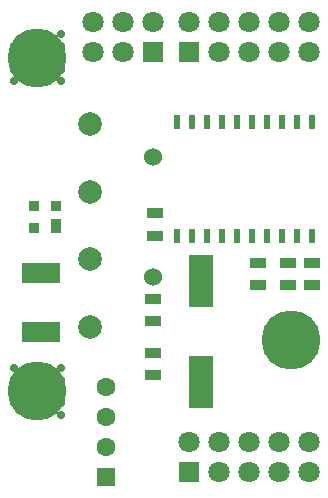
<source format=gbr>
G04 #@! TF.GenerationSoftware,KiCad,Pcbnew,5.0.0-fee4fd1~66~ubuntu16.04.1*
G04 #@! TF.CreationDate,2018-09-25T20:47:50+02:00*
G04 #@! TF.ProjectId,bus-module_attiny1634,6275732D6D6F64756C655F617474696E,B*
G04 #@! TF.SameCoordinates,Original*
G04 #@! TF.FileFunction,Soldermask,Top*
G04 #@! TF.FilePolarity,Negative*
%FSLAX46Y46*%
G04 Gerber Fmt 4.6, Leading zero omitted, Abs format (unit mm)*
G04 Created by KiCad (PCBNEW 5.0.0-fee4fd1~66~ubuntu16.04.1) date Tue Sep 25 20:47:50 2018*
%MOMM*%
%LPD*%
G01*
G04 APERTURE LIST*
%ADD10R,0.508000X1.270000*%
%ADD11C,0.850000*%
%ADD12C,0.100000*%
%ADD13R,0.850000X0.850000*%
%ADD14R,0.850000X1.200000*%
%ADD15R,1.998980X4.500880*%
%ADD16R,1.397000X0.889000*%
%ADD17R,3.200400X1.780540*%
%ADD18C,2.000000*%
%ADD19C,5.000000*%
%ADD20C,1.800000*%
%ADD21R,1.800000X1.800000*%
%ADD22C,1.600000*%
%ADD23R,1.600000X1.600000*%
%ADD24C,0.700000*%
%ADD25C,1.524000*%
G04 APERTURE END LIST*
D10*
G04 #@! TO.C,U3*
X94480000Y-89289000D03*
X95750000Y-89289000D03*
X97020000Y-89289000D03*
X98290000Y-89289000D03*
X99560000Y-89289000D03*
X100830000Y-89289000D03*
X102100000Y-89289000D03*
X103370000Y-89289000D03*
X104640000Y-89289000D03*
X105910000Y-89289000D03*
X105910000Y-98941000D03*
X104640000Y-98941000D03*
X103370000Y-98941000D03*
X102100000Y-98941000D03*
X100830000Y-98941000D03*
X99560000Y-98941000D03*
X98290000Y-98941000D03*
X97020000Y-98941000D03*
X95750000Y-98941000D03*
X94480000Y-98941000D03*
G04 #@! TD*
D11*
G04 #@! TO.C,D2*
X82354000Y-98240000D03*
D12*
G36*
X82779000Y-98665000D02*
X81929000Y-98665000D01*
X81929000Y-97815000D01*
X82779000Y-97815000D01*
X82779000Y-98665000D01*
X82779000Y-98665000D01*
G37*
D13*
X82354000Y-96340000D03*
X84254000Y-96340000D03*
D14*
X84254000Y-98059620D03*
G04 #@! TD*
D15*
G04 #@! TO.C,U1*
X96512000Y-111260000D03*
X96512000Y-102761160D03*
G04 #@! TD*
D16*
G04 #@! TO.C,R2*
X105910000Y-103068500D03*
X105910000Y-101163500D03*
G04 #@! TD*
G04 #@! TO.C,R3*
X103878000Y-103068500D03*
X103878000Y-101163500D03*
G04 #@! TD*
G04 #@! TO.C,R4*
X101338000Y-103068500D03*
X101338000Y-101163500D03*
G04 #@! TD*
G04 #@! TO.C,C5*
X92575000Y-96972500D03*
X92575000Y-98877500D03*
G04 #@! TD*
D17*
G04 #@! TO.C,F1*
X82923000Y-107018200D03*
X82923000Y-102014400D03*
G04 #@! TD*
D16*
G04 #@! TO.C,C2*
X92448000Y-106116500D03*
X92448000Y-104211500D03*
G04 #@! TD*
G04 #@! TO.C,C3*
X92448000Y-108783500D03*
X92448000Y-110688500D03*
G04 #@! TD*
D18*
G04 #@! TO.C,J6*
X87114000Y-95156400D03*
G04 #@! TD*
G04 #@! TO.C,J5*
X87120200Y-100896800D03*
G04 #@! TD*
G04 #@! TO.C,J4*
X87114000Y-106637200D03*
G04 #@! TD*
G04 #@! TO.C,J7*
X87114000Y-89416000D03*
G04 #@! TD*
D19*
G04 #@! TO.C,HOLE_2.5mm*
X82650000Y-112070000D03*
G04 #@! TD*
G04 #@! TO.C,HOLE_2.5mm*
X82650000Y-83820000D03*
G04 #@! TD*
D20*
G04 #@! TO.C,J3*
X87368000Y-80780000D03*
X87368000Y-83320000D03*
X89908000Y-80780000D03*
X89908000Y-83320000D03*
X92448000Y-80780000D03*
D21*
X92448000Y-83320000D03*
G04 #@! TD*
D19*
G04 #@! TO.C,H1*
X104132000Y-107704000D03*
G04 #@! TD*
D20*
G04 #@! TO.C,J2*
X105656000Y-116340000D03*
X105656000Y-118880000D03*
X103116000Y-116340000D03*
X103116000Y-118880000D03*
X100576000Y-116340000D03*
X100576000Y-118880000D03*
X98036000Y-116340000D03*
X98036000Y-118880000D03*
X95496000Y-116340000D03*
D21*
X95496000Y-118880000D03*
G04 #@! TD*
D20*
G04 #@! TO.C,J1*
X105656000Y-80780000D03*
X105656000Y-83320000D03*
X103116000Y-80780000D03*
X103116000Y-83320000D03*
X100576000Y-80780000D03*
X100576000Y-83320000D03*
X98036000Y-80780000D03*
X98036000Y-83320000D03*
X95496000Y-80780000D03*
D21*
X95496000Y-83320000D03*
G04 #@! TD*
D22*
G04 #@! TO.C,U5*
X88434800Y-111666400D03*
X88434800Y-114206400D03*
X88434800Y-116746400D03*
D23*
X88434800Y-119286400D03*
G04 #@! TD*
D24*
G04 #@! TO.C,REF\002A\002A*
X80650000Y-85820000D03*
X81650000Y-85820000D03*
X84650000Y-85820000D03*
X83650000Y-85820000D03*
X82650000Y-85820000D03*
G04 #@! TD*
G04 #@! TO.C,REF\002A\002A*
X84650000Y-110070000D03*
X83650000Y-110070000D03*
X80650000Y-110070000D03*
X81650000Y-110070000D03*
X82650000Y-110070000D03*
G04 #@! TD*
G04 #@! TO.C,REF\002A\002A*
X84650000Y-84820000D03*
X84650000Y-83820000D03*
X84650000Y-81820000D03*
X84650000Y-82820000D03*
G04 #@! TD*
G04 #@! TO.C,REF\002A\002A*
X84650000Y-114070000D03*
X84650000Y-113070000D03*
X84650000Y-111070000D03*
X84650000Y-112070000D03*
G04 #@! TD*
D25*
G04 #@! TO.C,R7*
X92448000Y-102370000D03*
X92448000Y-92210000D03*
G04 #@! TD*
M02*

</source>
